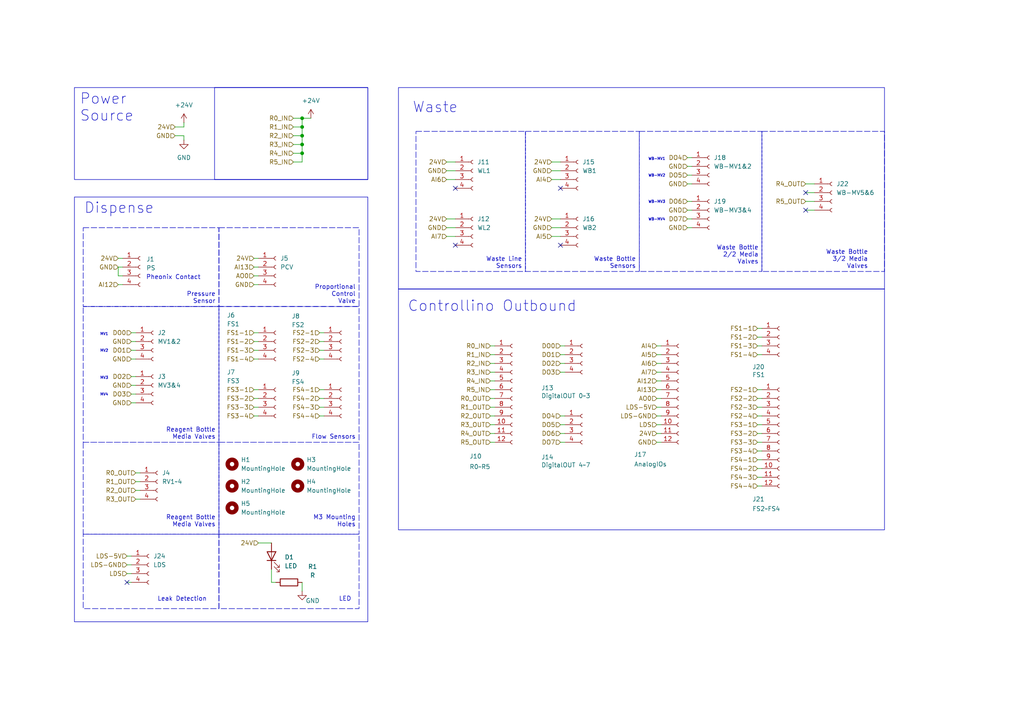
<source format=kicad_sch>
(kicad_sch (version 20250114) (generator "eeschema") (generator_version "9.0")
  (paper "A4")
  (title_block (title "Bulk Dispenser Breakout Board") (date "2025-06-10") (rev "v 1.0") (company "Moderna"))
  (lib_symbols
    (symbol "Connector:Conn_01x04_Socket" (pin_names (offset 1.016) (hide yes))
      (property "Reference" "J" (at 0 5.08 0))
      (property "Value" "Conn_01x04_Socket" (at 0 -7.62 0))
      (symbol "Conn_01x04_Socket_1_1"
        (polyline (pts (xy -1.27 2.54) (xy -0.508 2.54)) (stroke (width 0.1524)))
        (polyline (pts (xy -1.27 0) (xy -0.508 0)) (stroke (width 0.1524)))
        (polyline (pts (xy -1.27 -2.54) (xy -0.508 -2.54)) (stroke (width 0.1524)))
        (polyline (pts (xy -1.27 -5.08) (xy -0.508 -5.08)) (stroke (width 0.1524)))
        (arc (start 0 2.032) (mid -0.5058 2.54) (end 0 3.048) (stroke (width 0.1524)))
        (arc (start 0 -0.508) (mid -0.5058 0) (end 0 0.508) (stroke (width 0.1524)))
        (arc (start 0 -3.048) (mid -0.5058 -2.54) (end 0 -2.032) (stroke (width 0.1524)))
        (arc (start 0 -5.588) (mid -0.5058 -5.08) (end 0 -4.572) (stroke (width 0.1524)))
        (pin passive line (at -5.08 2.54 0) (length 3.81) (name "Pin_1") (number "1"))
        (pin passive line (at -5.08 0 0) (length 3.81) (name "Pin_2") (number "2"))
        (pin passive line (at -5.08 -2.54 0) (length 3.81) (name "Pin_3") (number "3"))
        (pin passive line (at -5.08 -5.08 0) (length 3.81) (name "Pin_4") (number "4"))
      )
    )
    (symbol "Connector:Conn_01x12_Socket" (pin_names (offset 1.016) (hide yes))
      (property "Reference" "J" (at 0 15.24 0))
      (property "Value" "Conn_01x12_Socket" (at 0 -17.78 0))
      (symbol "Conn_01x12_Socket_1_1"
        (polyline (pts (xy -1.27 12.7) (xy -0.508 12.7)) (stroke (width 0.1524)))
        (polyline (pts (xy -1.27 10.16) (xy -0.508 10.16)) (stroke (width 0.1524)))
        (polyline (pts (xy -1.27 7.62) (xy -0.508 7.62)) (stroke (width 0.1524)))
        (polyline (pts (xy -1.27 5.08) (xy -0.508 5.08)) (stroke (width 0.1524)))
        (polyline (pts (xy -1.27 2.54) (xy -0.508 2.54)) (stroke (width 0.1524)))
        (polyline (pts (xy -1.27 0) (xy -0.508 0)) (stroke (width 0.1524)))
        (polyline (pts (xy -1.27 -2.54) (xy -0.508 -2.54)) (stroke (width 0.1524)))
        (polyline (pts (xy -1.27 -5.08) (xy -0.508 -5.08)) (stroke (width 0.1524)))
        (polyline (pts (xy -1.27 -7.62) (xy -0.508 -7.62)) (stroke (width 0.1524)))
        (polyline (pts (xy -1.27 -10.16) (xy -0.508 -10.16)) (stroke (width 0.1524)))
        (polyline (pts (xy -1.27 -12.7) (xy -0.508 -12.7)) (stroke (width 0.1524)))
        (polyline (pts (xy -1.27 -15.24) (xy -0.508 -15.24)) (stroke (width 0.1524)))
        (arc (start 0 12.192) (mid -0.5058 12.7) (end 0 13.208) (stroke (width 0.1524)))
        (arc (start 0 9.652) (mid -0.5058 10.16) (end 0 10.668) (stroke (width 0.1524)))
        (arc (start 0 7.112) (mid -0.5058 7.62) (end 0 8.128) (stroke (width 0.1524)))
        (arc (start 0 4.572) (mid -0.5058 5.08) (end 0 5.588) (stroke (width 0.1524)))
        (arc (start 0 2.032) (mid -0.5058 2.54) (end 0 3.048) (stroke (width 0.1524)))
        (arc (start 0 -0.508) (mid -0.5058 0) (end 0 0.508) (stroke (width 0.1524)))
        (arc (start 0 -3.048) (mid -0.5058 -2.54) (end 0 -2.032) (stroke (width 0.1524)))
        (arc (start 0 -5.588) (mid -0.5058 -5.08) (end 0 -4.572) (stroke (width 0.1524)))
        (arc (start 0 -8.128) (mid -0.5058 -7.62) (end 0 -7.112) (stroke (width 0.1524)))
        (arc (start 0 -10.668) (mid -0.5058 -10.16) (end 0 -9.652) (stroke (width 0.1524)))
        (arc (start 0 -13.208) (mid -0.5058 -12.7) (end 0 -12.192) (stroke (width 0.1524)))
        (arc (start 0 -15.748) (mid -0.5058 -15.24) (end 0 -14.732) (stroke (width 0.1524)))
        (pin passive line (at -5.08 12.7 0) (length 3.81) (name "Pin_1") (number "1"))
        (pin passive line (at -5.08 10.16 0) (length 3.81) (name "Pin_2") (number "2"))
        (pin passive line (at -5.08 7.62 0) (length 3.81) (name "Pin_3") (number "3"))
        (pin passive line (at -5.08 5.08 0) (length 3.81) (name "Pin_4") (number "4"))
        (pin passive line (at -5.08 2.54 0) (length 3.81) (name "Pin_5") (number "5"))
        (pin passive line (at -5.08 0 0) (length 3.81) (name "Pin_6") (number "6"))
        (pin passive line (at -5.08 -2.54 0) (length 3.81) (name "Pin_7") (number "7"))
        (pin passive line (at -5.08 -5.08 0) (length 3.81) (name "Pin_8") (number "8"))
        (pin passive line (at -5.08 -7.62 0) (length 3.81) (name "Pin_9") (number "9"))
        (pin passive line (at -5.08 -10.16 0) (length 3.81) (name "Pin_10") (number "10"))
        (pin passive line (at -5.08 -12.7 0) (length 3.81) (name "Pin_11") (number "11"))
        (pin passive line (at -5.08 -15.24 0) (length 3.81) (name "Pin_12") (number "12"))
      )
    )
    (symbol "Device:LED" (pin_numbers (hide yes)) (pin_names (offset 1.016) (hide yes))
      (property "Reference" "D" (at 0 2.54 0))
      (property "Value" "LED" (at 0 -2.54 0))
      (symbol "LED_0_1"
        (polyline (pts (xy -3.048 -0.762) (xy -4.572 -2.286) (xy -3.81 -2.286) (xy -4.572 -2.286) (xy -4.572 -1.524)))
        (polyline (pts (xy -1.778 -0.762) (xy -3.302 -2.286) (xy -2.54 -2.286) (xy -3.302 -2.286) (xy -3.302 -1.524)))
        (polyline (pts (xy -1.27 0) (xy 1.27 0)))
        (polyline (pts (xy -1.27 -1.27) (xy -1.27 1.27)) (stroke (width 0.254)))
        (polyline (pts (xy 1.27 -1.27) (xy 1.27 1.27) (xy -1.27 0) (xy 1.27 -1.27)) (stroke (width 0.254)))
      )
      (symbol "LED_1_1"
        (pin passive line (at -3.81 0 0) (length 2.54) (name "K") (number "1"))
        (pin passive line (at 3.81 0 180) (length 2.54) (name "A") (number "2"))
      )
    )
    (symbol "Device:R" (pin_numbers (hide yes)) (pin_names (offset 0))
      (property "Reference" "R" (at 2.032 0 90))
      (property "Value" "R" (at 0 0 90))
      (symbol "R_0_1"
        (rectangle (start -1.016 -2.54) (end 1.016 2.54) (stroke (width 0.254)))
      )
      (symbol "R_1_1"
        (pin passive line (at 0 3.81 270) (length 1.27) (name "~") (number "1"))
        (pin passive line (at 0 -3.81 90) (length 1.27) (name "~") (number "2"))
      )
    )
    (symbol "Mechanical:MountingHole" (pin_names (offset 1.016)) (in_bom no)
      (property "Reference" "H" (at 0 5.08 0))
      (property "Value" "MountingHole" (at 0 3.175 0))
      (symbol "MountingHole_0_1"
        (circle (center 0 0) (radius 1.27) (stroke (width 1.27)))
      )
    )
    (symbol "power:+24V" (power) (pin_numbers (hide yes)) (pin_names (offset 0) (hide yes))
      (property "Value" "+24V" (at 0 3.556 0))
      (symbol "+24V_0_1"
        (polyline (pts (xy -0.762 1.27) (xy 0 2.54)))
        (polyline (pts (xy 0 2.54) (xy 0.762 1.27)))
        (polyline (pts (xy 0 0) (xy 0 2.54)))
      )
      (symbol "+24V_1_1"
        (pin power_in line (at 0 0 90) (length 0) (name "~") (number "1"))
      )
    )
    (symbol "power:GND" (power) (pin_numbers (hide yes)) (pin_names (offset 0) (hide yes))
      (property "Value" "GND" (at 0 -3.81 0))
      (symbol "GND_0_1"
        (polyline (pts (xy 0 0) (xy 0 -1.27) (xy 1.27 -1.27) (xy 0 -2.54) (xy -1.27 -1.27) (xy 0 -1.27)))
      )
      (symbol "GND_1_1"
        (pin power_in line (at 0 0 270) (length 0) (name "~") (number "1"))
      )
    )
  )
  (rectangle (start 24.13 88.9) (end 63.5 128.27) (stroke (width 0) (type dash)))
  (rectangle (start 24.13 66.04) (end 63.5 88.9) (stroke (width 0) (type dash)))
  (rectangle (start 21.59 25.4) (end 106.68 52.07))
  (rectangle (start 152.4 38.1) (end 185.42 78.74) (stroke (width 0) (type dash)))
  (rectangle (start 120.65 38.1) (end 152.4 78.74) (stroke (width 0) (type dash)))
  (rectangle (start 115.57 25.4) (end 256.54 83.82))
  (rectangle (start 185.42 38.1) (end 220.98 78.74) (stroke (width 0) (type dash)))
  (rectangle (start 63.5 154.94) (end 104.14 176.53) (stroke (width 0) (type dash)))
  (rectangle (start 62.23 25.4) (end 106.68 52.07))
  (rectangle (start 24.13 128.27) (end 63.5 154.94) (stroke (width 0) (type dash)))
  (rectangle (start 63.5 66.04) (end 104.14 88.9) (stroke (width 0) (type dash)))
  (rectangle (start 63.5 88.9) (end 104.14 128.27) (stroke (width 0) (type dash)))
  (rectangle (start 21.59 57.15) (end 106.68 180.34))
  (rectangle (start 24.13 154.94) (end 63.5 176.53) (stroke (width 0) (type dash)))
  (rectangle (start 220.98 38.1) (end 256.54 78.74) (stroke (width 0) (type dash)))
  (rectangle (start 115.57 83.82) (end 256.54 153.67))
  (rectangle (start 63.5 128.27) (end 104.14 154.94) (stroke (width 0) (type dash)))
  (text "MV1" (at 30.226 97.028 0) (effects (font (size 0.762 0.762))))
  (text "WB-MV2" (at 190.5 51.054 0) (effects (font (size 0.762 0.762))))
  (text "WB-MV4" (at 190.5 63.754 0) (effects (font (size 0.762 0.762))))
  (text "Waste" (at 126.238 31.242 0) (effects (font (size 3.048 3.048))))
  (text "MV3" (at 30.226 109.728 0) (effects (font (size 0.762 0.762))))
  (text "Power\nSource" (at 23.114 31.242 0) (effects (font (size 3.048 3.048)) (justify left)))
  (text "Controllino Outbound\n" (at 142.748 88.9 0) (effects (font (size 3.048 3.048))))
  (text "WB-MV1" (at 190.5 46.228 0) (effects (font (size 0.762 0.762))))
  (text "Pheonix Contact" (at 50.292 80.518 0) (effects (font (size 1.27 1.27))))
  (text "MV4" (at 30.226 114.554 0) (effects (font (size 0.762 0.762))))
  (text "MV2" (at 30.226 101.854 0) (effects (font (size 0.762 0.762))))
  (text "Dispense" (at 34.544 60.452 0) (effects (font (size 3.048 3.048))))
  (text "WB-MV3" (at 190.5 58.674 0) (effects (font (size 0.762 0.762))))
  (text_box "Leak Detection" (at 44.45 167.64 0) (size 16.51 7.62) (margins 0.9525 0.9525 0.9525 0.9525) (stroke (width -0.0001)) (effects (font (size 1.27 1.27)) (justify right bottom)))
  (text_box "Waste Bottle\n2/2 Media Valves" (at 204.47 69.85 0) (size 16.51 7.62) (margins 0.9525 0.9525 0.9525 0.9525) (stroke (width -0.0001)) (effects (font (size 1.27 1.27)) (justify right bottom)))
  (text_box "Reagent Bottle\nMedia Valves" (at 46.99 120.65 0) (size 16.51 7.62) (margins 0.9525 0.9525 0.9525 0.9525) (stroke (width -0.0001)) (effects (font (size 1.27 1.27)) (justify right bottom)))
  (text_box "LED" (at 86.36 167.64 0) (size 16.51 7.62) (margins 0.9525 0.9525 0.9525 0.9525) (stroke (width -0.0001)) (effects (font (size 1.27 1.27)) (justify right bottom)))
  (text_box "Flow Sensors" (at 87.63 120.65 0) (size 16.51 7.62) (margins 0.9525 0.9525 0.9525 0.9525) (stroke (width -0.0001)) (effects (font (size 1.27 1.27)) (justify right bottom)))
  (text_box "Waste Bottle\n3/2 Media Valves" (at 236.22 71.12 0) (size 16.51 7.62) (margins 0.9525 0.9525 0.9525 0.9525) (stroke (width -0.0001)) (effects (font (size 1.27 1.27)) (justify right bottom)))
  (text_box "Waste Line Sensors\n" (at 135.89 71.12 0) (size 16.51 7.62) (margins 0.9525 0.9525 0.9525 0.9525) (stroke (width -0.0001)) (effects (font (size 1.27 1.27)) (justify right bottom)))
  (text_box "Waste Bottle Sensors\n" (at 168.91 71.12 0) (size 16.51 7.62) (margins 0.9525 0.9525 0.9525 0.9525) (stroke (width -0.0001)) (effects (font (size 1.27 1.27)) (justify right bottom)))
  (text_box "Pressure\nSensor" (at 46.99 81.28 0) (size 16.51 7.62) (margins 0.9525 0.9525 0.9525 0.9525) (stroke (width -0.0001)) (effects (font (size 1.27 1.27)) (justify right bottom)))
  (text_box "M3 Mounting Holes" (at 87.63 146.05 0) (size 16.51 7.62) (margins 0.9525 0.9525 0.9525 0.9525) (stroke (width -0.0001)) (effects (font (size 1.27 1.27)) (justify right bottom)))
  (text_box "Proportional Control\nValve" (at 87.63 81.28 0) (size 16.51 7.62) (margins 0.9525 0.9525 0.9525 0.9525) (stroke (width -0.0001)) (effects (font (size 1.27 1.27)) (justify right bottom)))
  (text_box "Reagent Bottle\nMedia Valves" (at 46.99 146.05 0) (size 16.51 7.62) (margins 0.9525 0.9525 0.9525 0.9525) (stroke (width -0.0001)) (effects (font (size 1.27 1.27)) (justify right bottom)))
  (junction (at 87.63 44.45))
  (junction (at 87.63 41.91))
  (junction (at 87.63 36.83))
  (junction (at 87.63 34.29))
  (junction (at 87.63 39.37))
  (no_connect (at 132.08 54.61))
  (no_connect (at 162.56 54.61))
  (no_connect (at 36.83 168.91))
  (no_connect (at 233.68 55.88))
  (no_connect (at 233.68 60.96))
  (no_connect (at 162.56 71.12))
  (no_connect (at 132.08 71.12))
  (wire (pts (xy 92.71 96.52) (xy 93.98 96.52)))
  (wire (pts (xy 38.1 111.76) (xy 39.37 111.76)))
  (wire (pts (xy 233.68 58.42) (xy 236.22 58.42)))
  (wire (pts (xy 142.24 115.57) (xy 143.51 115.57)))
  (wire (pts (xy 142.24 120.65) (xy 143.51 120.65)))
  (wire (pts (xy 129.54 66.04) (xy 132.08 66.04)))
  (wire (pts (xy 162.56 102.87) (xy 163.83 102.87)))
  (wire (pts (xy 219.71 140.97) (xy 220.98 140.97)))
  (wire (pts (xy 160.02 46.99) (xy 162.56 46.99)))
  (wire (pts (xy 92.71 104.14) (xy 93.98 104.14)))
  (wire (pts (xy 34.29 82.55) (xy 35.56 82.55)))
  (wire (pts (xy 78.74 168.91) (xy 80.01 168.91)))
  (wire (pts (xy 219.71 138.43) (xy 220.98 138.43)))
  (wire (pts (xy 39.37 142.24) (xy 40.64 142.24)))
  (wire (pts (xy 85.09 34.29) (xy 87.63 34.29)))
  (wire (pts (xy 162.56 107.95) (xy 163.83 107.95)))
  (wire (pts (xy 78.74 165.1) (xy 78.74 168.91)))
  (wire (pts (xy 73.66 118.11) (xy 74.93 118.11)))
  (wire (pts (xy 190.5 125.73) (xy 191.77 125.73)))
  (wire (pts (xy 73.66 96.52) (xy 74.93 96.52)))
  (wire (pts (xy 219.71 135.89) (xy 220.98 135.89)))
  (wire (pts (xy 142.24 110.49) (xy 143.51 110.49)))
  (wire (pts (xy 199.39 63.5) (xy 200.66 63.5)))
  (wire (pts (xy 190.5 100.33) (xy 191.77 100.33)))
  (wire (pts (xy 199.39 53.34) (xy 200.66 53.34)))
  (wire (pts (xy 50.8 36.83) (xy 53.34 36.83)))
  (wire (pts (xy 190.5 113.03) (xy 191.77 113.03)))
  (wire (pts (xy 160.02 66.04) (xy 162.56 66.04)))
  (wire (pts (xy 162.56 100.33) (xy 163.83 100.33)))
  (wire (pts (xy 233.68 60.96) (xy 236.22 60.96)))
  (wire (pts (xy 129.54 52.07) (xy 132.08 52.07)))
  (wire (pts (xy 129.54 68.58) (xy 132.08 68.58)))
  (wire (pts (xy 219.71 128.27) (xy 220.98 128.27)))
  (wire (pts (xy 190.5 115.57) (xy 191.77 115.57)))
  (wire (pts (xy 129.54 63.5) (xy 132.08 63.5)))
  (wire (pts (xy 39.37 139.7) (xy 40.64 139.7)))
  (wire (pts (xy 219.71 100.33) (xy 220.98 100.33)))
  (wire (pts (xy 85.09 44.45) (xy 87.63 44.45)))
  (wire (pts (xy 73.66 113.03) (xy 74.93 113.03)))
  (wire (pts (xy 142.24 128.27) (xy 143.51 128.27)))
  (wire (pts (xy 73.66 77.47) (xy 74.93 77.47)))
  (wire (pts (xy 73.66 120.65) (xy 74.93 120.65)))
  (wire (pts (xy 142.24 125.73) (xy 143.51 125.73)))
  (wire (pts (xy 38.1 109.22) (xy 39.37 109.22)))
  (wire (pts (xy 219.71 97.79) (xy 220.98 97.79)))
  (wire (pts (xy 85.09 36.83) (xy 87.63 36.83)))
  (wire (pts (xy 142.24 123.19) (xy 143.51 123.19)))
  (wire (pts (xy 190.5 102.87) (xy 191.77 102.87)))
  (wire (pts (xy 73.66 115.57) (xy 74.93 115.57)))
  (wire (pts (xy 162.56 125.73) (xy 163.83 125.73)))
  (wire (pts (xy 53.34 39.37) (xy 53.34 40.64)))
  (wire (pts (xy 129.54 46.99) (xy 132.08 46.99)))
  (wire (pts (xy 219.71 133.35) (xy 220.98 133.35)))
  (wire (pts (xy 199.39 66.04) (xy 200.66 66.04)))
  (wire (pts (xy 87.63 36.83) (xy 87.63 39.37)))
  (wire (pts (xy 92.71 115.57) (xy 93.98 115.57)))
  (wire (pts (xy 219.71 102.87) (xy 220.98 102.87)))
  (wire (pts (xy 38.1 104.14) (xy 39.37 104.14)))
  (wire (pts (xy 36.83 161.29) (xy 38.1 161.29)))
  (wire (pts (xy 90.17 34.29) (xy 87.63 34.29)))
  (wire (pts (xy 38.1 96.52) (xy 39.37 96.52)))
  (wire (pts (xy 162.56 120.65) (xy 163.83 120.65)))
  (wire (pts (xy 85.09 41.91) (xy 87.63 41.91)))
  (wire (pts (xy 73.66 101.6) (xy 74.93 101.6)))
  (wire (pts (xy 87.63 44.45) (xy 87.63 46.99)))
  (wire (pts (xy 92.71 101.6) (xy 93.98 101.6)))
  (wire (pts (xy 38.1 114.3) (xy 39.37 114.3)))
  (wire (pts (xy 34.29 77.47) (xy 35.56 77.47)))
  (wire (pts (xy 142.24 107.95) (xy 143.51 107.95)))
  (wire (pts (xy 160.02 68.58) (xy 162.56 68.58)))
  (wire (pts (xy 233.68 53.34) (xy 236.22 53.34)))
  (wire (pts (xy 92.71 120.65) (xy 93.98 120.65)))
  (wire (pts (xy 87.63 41.91) (xy 87.63 44.45)))
  (wire (pts (xy 190.5 118.11) (xy 191.77 118.11)))
  (wire (pts (xy 73.66 82.55) (xy 74.93 82.55)))
  (wire (pts (xy 85.09 39.37) (xy 87.63 39.37)))
  (wire (pts (xy 73.66 99.06) (xy 74.93 99.06)))
  (wire (pts (xy 34.29 77.47) (xy 34.29 80.01)))
  (wire (pts (xy 53.34 35.56) (xy 53.34 36.83)))
  (wire (pts (xy 39.37 137.16) (xy 40.64 137.16)))
  (wire (pts (xy 85.09 46.99) (xy 87.63 46.99)))
  (wire (pts (xy 73.66 74.93) (xy 74.93 74.93)))
  (wire (pts (xy 162.56 123.19) (xy 163.83 123.19)))
  (wire (pts (xy 199.39 48.26) (xy 200.66 48.26)))
  (wire (pts (xy 73.66 104.14) (xy 74.93 104.14)))
  (wire (pts (xy 73.66 80.01) (xy 74.93 80.01)))
  (wire (pts (xy 87.63 168.91) (xy 87.63 171.45)))
  (wire (pts (xy 87.63 34.29) (xy 87.63 36.83)))
  (wire (pts (xy 162.56 105.41) (xy 163.83 105.41)))
  (wire (pts (xy 34.29 80.01) (xy 35.56 80.01)))
  (wire (pts (xy 190.5 120.65) (xy 191.77 120.65)))
  (wire (pts (xy 162.56 128.27) (xy 163.83 128.27)))
  (wire (pts (xy 92.71 113.03) (xy 93.98 113.03)))
  (wire (pts (xy 36.83 163.83) (xy 38.1 163.83)))
  (wire (pts (xy 219.71 125.73) (xy 220.98 125.73)))
  (wire (pts (xy 199.39 45.72) (xy 200.66 45.72)))
  (wire (pts (xy 142.24 113.03) (xy 143.51 113.03)))
  (wire (pts (xy 190.5 123.19) (xy 191.77 123.19)))
  (wire (pts (xy 129.54 49.53) (xy 132.08 49.53)))
  (wire (pts (xy 142.24 100.33) (xy 143.51 100.33)))
  (wire (pts (xy 219.71 115.57) (xy 220.98 115.57)))
  (wire (pts (xy 50.8 39.37) (xy 53.34 39.37)))
  (wire (pts (xy 190.5 128.27) (xy 191.77 128.27)))
  (wire (pts (xy 160.02 52.07) (xy 162.56 52.07)))
  (wire (pts (xy 219.71 118.11) (xy 220.98 118.11)))
  (wire (pts (xy 142.24 102.87) (xy 143.51 102.87)))
  (wire (pts (xy 219.71 123.19) (xy 220.98 123.19)))
  (wire (pts (xy 36.83 166.37) (xy 38.1 166.37)))
  (wire (pts (xy 74.93 157.48) (xy 78.74 157.48)))
  (wire (pts (xy 142.24 118.11) (xy 143.51 118.11)))
  (wire (pts (xy 92.71 118.11) (xy 93.98 118.11)))
  (wire (pts (xy 142.24 105.41) (xy 143.51 105.41)))
  (wire (pts (xy 190.5 110.49) (xy 191.77 110.49)))
  (wire (pts (xy 219.71 120.65) (xy 220.98 120.65)))
  (wire (pts (xy 199.39 58.42) (xy 200.66 58.42)))
  (wire (pts (xy 38.1 116.84) (xy 39.37 116.84)))
  (wire (pts (xy 36.83 168.91) (xy 38.1 168.91)))
  (wire (pts (xy 160.02 49.53) (xy 162.56 49.53)))
  (wire (pts (xy 233.68 55.88) (xy 236.22 55.88)))
  (wire (pts (xy 190.5 107.95) (xy 191.77 107.95)))
  (wire (pts (xy 199.39 60.96) (xy 200.66 60.96)))
  (wire (pts (xy 219.71 130.81) (xy 220.98 130.81)))
  (wire (pts (xy 219.71 95.25) (xy 220.98 95.25)))
  (wire (pts (xy 190.5 105.41) (xy 191.77 105.41)))
  (wire (pts (xy 199.39 50.8) (xy 200.66 50.8)))
  (wire (pts (xy 87.63 39.37) (xy 87.63 41.91)))
  (wire (pts (xy 38.1 99.06) (xy 39.37 99.06)))
  (wire (pts (xy 219.71 113.03) (xy 220.98 113.03)))
  (wire (pts (xy 92.71 99.06) (xy 93.98 99.06)))
  (wire (pts (xy 39.37 144.78) (xy 40.64 144.78)))
  (wire (pts (xy 34.29 74.93) (xy 35.56 74.93)))
  (wire (pts (xy 38.1 101.6) (xy 39.37 101.6)))
  (wire (pts (xy 160.02 63.5) (xy 162.56 63.5)))
  (hierarchical_label "R2_IN" (shape input) (at 85.09 39.37 180))
  (hierarchical_label "DO2" (shape input) (at 162.56 105.41 180))
  (hierarchical_label "AI5" (shape input) (at 160.02 68.58 180))
  (hierarchical_label "FS3-3" (shape input) (at 219.71 128.27 180))
  (hierarchical_label "FS1-1" (shape input) (at 219.71 95.25 180))
  (hierarchical_label "GND" (shape input) (at 199.39 53.34 180))
  (hierarchical_label "AI12" (shape input) (at 190.5 110.49 180))
  (hierarchical_label "R4_IN" (shape input) (at 142.24 110.49 180))
  (hierarchical_label "LDS-GND" (shape input) (at 190.5 120.65 180))
  (hierarchical_label "GND" (shape input) (at 199.39 48.26 180))
  (hierarchical_label "24V" (shape input) (at 74.93 157.48 180))
  (hierarchical_label "R5_OUT" (shape input) (at 233.68 58.42 180))
  (hierarchical_label "FS1-1" (shape input) (at 73.66 96.52 180))
  (hierarchical_label "GND" (shape input) (at 129.54 49.53 180))
  (hierarchical_label "FS4-3" (shape input) (at 219.71 138.43 180))
  (hierarchical_label "GND" (shape input) (at 199.39 66.04 180))
  (hierarchical_label "DO3" (shape input) (at 38.1 114.3 180))
  (hierarchical_label "AO0" (shape input) (at 73.66 80.01 180))
  (hierarchical_label "AI7" (shape input) (at 129.54 68.58 180))
  (hierarchical_label "R4_OUT" (shape input) (at 142.24 125.73 180))
  (hierarchical_label "R0_IN" (shape input) (at 142.24 100.33 180))
  (hierarchical_label "AI6" (shape input) (at 190.5 105.41 180))
  (hierarchical_label "LDS" (shape input) (at 36.83 166.37 180))
  (hierarchical_label "GND" (shape input) (at 38.1 104.14 180))
  (hierarchical_label "R0_OUT" (shape input) (at 39.37 137.16 180))
  (hierarchical_label "24V" (shape input) (at 73.66 74.93 180))
  (hierarchical_label "DO5" (shape input) (at 199.39 50.8 180))
  (hierarchical_label "GND" (shape input) (at 160.02 49.53 180))
  (hierarchical_label "AI6" (shape input) (at 129.54 52.07 180))
  (hierarchical_label "FS2-2" (shape input) (at 92.71 99.06 180))
  (hierarchical_label "DO6" (shape input) (at 162.56 125.73 180))
  (hierarchical_label "AO0" (shape input) (at 190.5 115.57 180))
  (hierarchical_label "R0_IN" (shape input) (at 85.09 34.29 180))
  (hierarchical_label "R2_OUT" (shape input) (at 142.24 120.65 180))
  (hierarchical_label "GND" (shape input) (at 129.54 66.04 180))
  (hierarchical_label "DO7" (shape input) (at 199.39 63.5 180))
  (hierarchical_label "24V" (shape input) (at 160.02 63.5 180))
  (hierarchical_label "DO6" (shape input) (at 199.39 58.42 180))
  (hierarchical_label "R3_IN" (shape input) (at 85.09 41.91 180))
  (hierarchical_label "DO1" (shape input) (at 162.56 102.87 180))
  (hierarchical_label "FS3-2" (shape input) (at 73.66 115.57 180))
  (hierarchical_label "AI5" (shape input) (at 190.5 102.87 180))
  (hierarchical_label "LDS" (shape input) (at 190.5 123.19 180))
  (hierarchical_label "R2_IN" (shape input) (at 142.24 105.41 180))
  (hierarchical_label "R1_IN" (shape input) (at 85.09 36.83 180))
  (hierarchical_label "GND" (shape input) (at 190.5 128.27 180))
  (hierarchical_label "R5_OUT" (shape input) (at 142.24 128.27 180))
  (hierarchical_label "24V" (shape input) (at 129.54 63.5 180))
  (hierarchical_label "FS3-4" (shape input) (at 73.66 120.65 180))
  (hierarchical_label "R3_OUT" (shape input) (at 142.24 123.19 180))
  (hierarchical_label "FS3-4" (shape input) (at 219.71 130.81 180))
  (hierarchical_label "R1_OUT" (shape input) (at 142.24 118.11 180))
  (hierarchical_label "24V" (shape input) (at 34.29 74.93 180))
  (hierarchical_label "R4_OUT" (shape input) (at 233.68 53.34 180))
  (hierarchical_label "24V" (shape input) (at 129.54 46.99 180))
  (hierarchical_label "FS1-3" (shape input) (at 73.66 101.6 180))
  (hierarchical_label "R5_IN" (shape input) (at 142.24 113.03 180))
  (hierarchical_label "FS2-1" (shape input) (at 219.71 113.03 180))
  (hierarchical_label "FS3-1" (shape input) (at 219.71 123.19 180))
  (hierarchical_label "FS4-3" (shape input) (at 92.71 118.11 180))
  (hierarchical_label "R0_OUT" (shape input) (at 142.24 115.57 180))
  (hierarchical_label "DO0" (shape input) (at 162.56 100.33 180))
  (hierarchical_label "FS2-1" (shape input) (at 92.71 96.52 180))
  (hierarchical_label "FS1-3" (shape input) (at 219.71 100.33 180))
  (hierarchical_label "FS2-4" (shape input) (at 219.71 120.65 180))
  (hierarchical_label "FS2-3" (shape input) (at 219.71 118.11 180))
  (hierarchical_label "R4_IN" (shape input) (at 85.09 44.45 180))
  (hierarchical_label "GND" (shape input) (at 199.39 60.96 180))
  (hierarchical_label "FS2-3" (shape input) (at 92.71 101.6 180))
  (hierarchical_label "FS1-4" (shape input) (at 219.71 102.87 180))
  (hierarchical_label "DO3" (shape input) (at 162.56 107.95 180))
  (hierarchical_label "FS3-1" (shape input) (at 73.66 113.03 180))
  (hierarchical_label "24V" (shape input) (at 190.5 125.73 180))
  (hierarchical_label "AI4" (shape input) (at 190.5 100.33 180))
  (hierarchical_label "FS1-2" (shape input) (at 219.71 97.79 180))
  (hierarchical_label "AI4" (shape input) (at 160.02 52.07 180))
  (hierarchical_label "GND" (shape input) (at 34.29 77.47 180))
  (hierarchical_label "R5_IN" (shape input) (at 85.09 46.99 180))
  (hierarchical_label "GND" (shape input) (at 50.8 39.37 180))
  (hierarchical_label "AI13" (shape input) (at 190.5 113.03 180))
  (hierarchical_label "FS2-4" (shape input) (at 92.71 104.14 180))
  (hierarchical_label "FS4-2" (shape input) (at 219.71 135.89 180))
  (hierarchical_label "FS4-1" (shape input) (at 92.71 113.03 180))
  (hierarchical_label "24V" (shape input) (at 160.02 46.99 180))
  (hierarchical_label "GND" (shape input) (at 73.66 82.55 180))
  (hierarchical_label "FS4-4" (shape input) (at 219.71 140.97 180))
  (hierarchical_label "R1_OUT" (shape input) (at 39.37 139.7 180))
  (hierarchical_label "AI12" (shape input) (at 34.29 82.55 180))
  (hierarchical_label "FS3-2" (shape input) (at 219.71 125.73 180))
  (hierarchical_label "DO1" (shape input) (at 38.1 101.6 180))
  (hierarchical_label "FS4-4" (shape input) (at 92.71 120.65 180))
  (hierarchical_label "GND" (shape input) (at 38.1 111.76 180))
  (hierarchical_label "R2_OUT" (shape input) (at 39.37 142.24 180))
  (hierarchical_label "AI13" (shape input) (at 73.66 77.47 180))
  (hierarchical_label "24V" (shape input) (at 50.8 36.83 180))
  (hierarchical_label "LDS-5V" (shape input) (at 190.5 118.11 180))
  (hierarchical_label "R3_IN" (shape input) (at 142.24 107.95 180))
  (hierarchical_label "GND" (shape input) (at 38.1 116.84 180))
  (hierarchical_label "GND" (shape input) (at 38.1 99.06 180))
  (hierarchical_label "LDS-GND" (shape input) (at 36.83 163.83 180))
  (hierarchical_label "DO5" (shape input) (at 162.56 123.19 180))
  (hierarchical_label "FS4-1" (shape input) (at 219.71 133.35 180))
  (hierarchical_label "FS1-2" (shape input) (at 73.66 99.06 180))
  (hierarchical_label "DO2" (shape input) (at 38.1 109.22 180))
  (hierarchical_label "DO4" (shape input) (at 199.39 45.72 180))
  (hierarchical_label "GND" (shape input) (at 160.02 66.04 180))
  (hierarchical_label "DO4" (shape input) (at 162.56 120.65 180))
  (hierarchical_label "FS2-2" (shape input) (at 219.71 115.57 180))
  (hierarchical_label "FS3-3" (shape input) (at 73.66 118.11 180))
  (hierarchical_label "FS1-4" (shape input) (at 73.66 104.14 180))
  (hierarchical_label "FS4-2" (shape input) (at 92.71 115.57 180))
  (hierarchical_label "AI7" (shape input) (at 190.5 107.95 180))
  (hierarchical_label "DO7" (shape input) (at 162.56 128.27 180))
  (hierarchical_label "R1_IN" (shape input) (at 142.24 102.87 180))
  (hierarchical_label "DO0" (shape input) (at 38.1 96.52 180))
  (hierarchical_label "R3_OUT" (shape input) (at 39.37 144.78 180))
  (hierarchical_label "LDS-5V" (shape input) (at 36.83 161.29 180))
  (symbol (lib_id "Connector:Conn_01x04_Socket") (at 80.01 77.47 0) (unit 1)
    (property "Reference" "J5" (at 81.28 74.93 0) (effects (justify left)))
    (property "Value" "PCV" (at 81.28 77.47 0) (effects (justify left)))
    (property "Footprint" "PartsLibrary:CONN_37204-62A3-004PL_3MM" (effects (hide yes)))
    (property "Description" "Generic connector, single row, 01x04, script generated" (effects (hide yes)))
    (property "MPN" "37204-62A3-004PL" (effects (hide yes)))
    (property "Manufacturer" "3M" (effects (hide yes)))
  )
  (symbol (lib_id "Connector:Conn_01x04_Socket") (at 137.16 66.04 0) (unit 1)
    (property "Reference" "J12" (at 138.43 63.5 0) (effects (justify left)))
    (property "Value" "WL2" (at 138.43 66.04 0) (effects (justify left)))
    (property "Footprint" "PartsLibrary:CONN_37204-62A3-004PL_3MM" (effects (hide yes)))
    (property "Description" "Generic connector, single row, 01x04, script generated" (effects (hide yes)))
    (property "MPN" "37204-62A3-004PL" (effects (hide yes)))
    (property "Manufacturer" "3M" (effects (hide yes)))
  )
  (symbol (lib_id "Connector:Conn_01x04_Socket") (at 44.45 99.06 0) (unit 1)
    (property "Reference" "J2" (at 45.72 96.52 0) (effects (justify left)))
    (property "Value" "MV1&2" (at 45.72 99.06 0) (effects (justify left)))
    (property "Footprint" "PartsLibrary:CONN_37204-62A3-004PL_3MM" (effects (hide yes)))
    (property "Description" "Generic connector, single row, 01x04, script generated" (effects (hide yes)))
    (property "MPN" "37204-62A3-004PL" (effects (hide yes)))
    (property "Manufacturer" "3M" (effects (hide yes)))
  )
  (symbol (lib_id "Device:LED") (at 78.74 161.29 90) (unit 1)
    (property "Reference" "D1" (at 82.55 161.6074 90) (effects (justify right)))
    (property "Value" "LED" (at 82.55 164.1474 90) (effects (justify right)))
    (property "Footprint" "LED_SMD:LED_1206_3216Metric" (effects (hide yes)))
    (property "Datasheet" "https://www.digikey.com/en/products/detail/liteon/LTST-S270GKT/386887" (effects (hide yes)))
    (property "Description" "Light emitting diode" (effects (hide yes)))
    (property "Sim.Pins" "1=K 2=A" (effects (hide yes)))
    (property "MPN" "LTST-S270GKT" (effects (hide yes)))
    (property "Manufacturer" "Lite-On Inc." (effects (hide yes)))
  )
  (symbol (lib_id "Connector:Conn_01x04_Socket") (at 137.16 49.53 0) (unit 1)
    (property "Reference" "J11" (at 138.43 46.99 0) (effects (justify left)))
    (property "Value" "WL1" (at 138.43 49.53 0) (effects (justify left)))
    (property "Footprint" "PartsLibrary:CONN_37204-62A3-004PL_3MM" (effects (hide yes)))
    (property "Description" "Generic connector, single row, 01x04, script generated" (effects (hide yes)))
    (property "MPN" "37204-62A3-004PL" (effects (hide yes)))
    (property "Manufacturer" "3M" (effects (hide yes)))
  )
  (symbol (lib_id "Connector:Conn_01x04_Socket") (at 43.18 163.83 0) (unit 1)
    (property "Reference" "J24" (at 44.45 161.29 0) (effects (justify left)))
    (property "Value" "LDS" (at 44.45 163.83 0) (effects (justify left)))
    (property "Footprint" "PartsLibrary:CONN_37204-62A3-004PL_3MM" (effects (hide yes)))
    (property "Datasheet" "https://www.digikey.com/en/products/detail/3m/37204-62A3-004PL/1642670?gad_source=1&gad_campaignid=120565755&gbraid=0AAAAADrbLlgST8MM7teC1_XRzEHPwC9TK&gclid=CjwKCAjwgb_CBhBMEiwA0p3oONiHu6nwJTm_ZwqulepAmgPW2KMjOTu2fKjs93rH9sOuJqpPoBx-0hoCrs0QAvD_BwE&gclsrc=aw.ds" (effects (hide yes)))
    (property "Description" "CONN RCPT 4POS 0.079 GOLD PCB" (effects (hide yes)))
    (property "MPN" "37204-62A3-004PL" (effects (hide yes)))
    (property "Manufacturer" "3M" (effects (hide yes)))
  )
  (symbol (lib_id "power:+24V") (at 53.34 35.56 0) (unit 1)
    (property "Reference" "#PWR01" (effects (hide yes)))
    (property "Value" "+24V" (at 53.34 30.48 0))
    (property "Description" "Power symbol creates a global label with name \"+24V\"" (effects (hide yes)))
  )
  (symbol (lib_id "Connector:Conn_01x04_Socket") (at 167.64 49.53 0) (unit 1)
    (property "Reference" "J15" (at 168.91 46.99 0) (effects (justify left)))
    (property "Value" "WB1" (at 168.91 49.53 0) (effects (justify left)))
    (property "Footprint" "PartsLibrary:CONN_37204-62A3-004PL_3MM" (effects (hide yes)))
    (property "Description" "Generic connector, single row, 01x04, script generated" (effects (hide yes)))
    (property "MPN" "37204-62A3-004PL" (effects (hide yes)))
    (property "Manufacturer" "3M" (effects (hide yes)))
  )
  (symbol (lib_id "Mechanical:MountingHole") (at 67.31 140.97 0) (unit 1) (in_bom no)
    (property "Reference" "H2" (at 69.85 139.6999 0) (effects (justify left)))
    (property "Value" "MountingHole" (at 69.85 142.2399 0) (effects (justify left)))
    (property "Footprint" "MountingHole:MountingHole_3.2mm_M3" (effects (hide yes)))
    (property "Description" "Mounting Hole without connection" (effects (hide yes)))
  )
  (symbol (lib_id "Mechanical:MountingHole") (at 86.36 140.97 0) (unit 1) (in_bom no)
    (property "Reference" "H4" (at 88.9 139.6999 0) (effects (justify left)))
    (property "Value" "MountingHole" (at 88.9 142.2399 0) (effects (justify left)))
    (property "Footprint" "MountingHole:MountingHole_3.2mm_M3" (effects (hide yes)))
    (property "Description" "Mounting Hole without connection" (effects (hide yes)))
  )
  (symbol (lib_id "Connector:Conn_01x04_Socket") (at 226.06 97.79 0) (unit 1)
    (property "Reference" "J20" (at 218.186 106.426 0) (effects (justify left)))
    (property "Value" "FS1" (at 218.186 108.712 0) (effects (justify left)))
    (property "Footprint" "PartsLibrary:CONN_37204-62A3-004PL_3MM" (effects (hide yes)))
    (property "Description" "Generic connector, single row, 01x04, script generated" (effects (hide yes)))
    (property "MPN" "37204-62A3-004PL" (effects (hide yes)))
    (property "Manufacturer" "3M" (effects (hide yes)))
  )
  (symbol (lib_id "Connector:Conn_01x04_Socket") (at 80.01 99.06 0) (unit 1)
    (property "Reference" "J6" (at 65.786 91.44 0) (effects (justify left)))
    (property "Value" "FS1" (at 65.786 93.98 0) (effects (justify left)))
    (property "Footprint" "PartsLibrary:CONN_37204-62A3-004PL_3MM" (effects (hide yes)))
    (property "Description" "Generic connector, single row, 01x04, script generated" (effects (hide yes)))
    (property "MPN" "37204-62A3-004PL" (effects (hide yes)))
    (property "Manufacturer" "3M" (effects (hide yes)))
  )
  (symbol (lib_id "Connector:Conn_01x12_Socket") (at 226.06 125.73 0) (unit 1)
    (property "Reference" "J21" (at 218.186 144.78 0) (effects (justify left)))
    (property "Value" "FS2~FS4" (at 218.186 147.574 0) (effects (justify left)))
    (property "Footprint" "PartsLibrary:CONN_37212-62M3-003PL_3MM" (effects (hide yes)))
    (property "Description" "Generic connector, single row, 01x12, script generated" (effects (hide yes)))
    (property "MPN" "37212-62M3-003PL " (effects (hide yes)))
    (property "Manufacturer" "3M" (effects (hide yes)))
  )
  (symbol (lib_id "Connector:Conn_01x04_Socket") (at 99.06 115.57 0) (unit 1)
    (property "Reference" "J9" (at 84.582 108.204 0) (effects (justify left)))
    (property "Value" "FS4" (at 84.582 110.744 0) (effects (justify left)))
    (property "Footprint" "PartsLibrary:CONN_37204-62A3-004PL_3MM" (effects (hide yes)))
    (property "Description" "Generic connector, single row, 01x04, script generated" (effects (hide yes)))
    (property "MPN" "37204-62A3-004PL" (effects (hide yes)))
    (property "Manufacturer" "3M" (effects (hide yes)))
  )
  (symbol (lib_id "Connector:Conn_01x04_Socket") (at 205.74 48.26 0) (unit 1)
    (property "Reference" "J18" (at 207.01 45.72 0) (effects (justify left)))
    (property "Value" "WB-MV1&2" (at 207.01 48.26 0) (effects (justify left)))
    (property "Footprint" "PartsLibrary:CONN_37204-62A3-004PL_3MM" (effects (hide yes)))
    (property "Description" "Generic connector, single row, 01x04, script generated" (effects (hide yes)))
    (property "MPN" "37204-62A3-004PL" (effects (hide yes)))
    (property "Manufacturer" "3M" (effects (hide yes)))
  )
  (symbol (lib_id "Connector:Conn_01x12_Socket") (at 196.85 113.03 0) (unit 1)
    (property "Reference" "J17" (at 183.896 131.826 0) (effects (justify left)))
    (property "Value" "AnalogIOs" (at 183.896 134.62 0) (effects (justify left)))
    (property "Footprint" "PartsLibrary:CONN_37212-62M3-003PL_3MM" (effects (hide yes)))
    (property "Description" "Generic connector, single row, 01x12, script generated" (effects (hide yes)))
    (property "MPN" "37212-62M3-003PL " (effects (hide yes)))
    (property "Manufacturer" "3M" (effects (hide yes)))
  )
  (symbol (lib_id "Connector:Conn_01x04_Socket") (at 80.01 115.57 0) (unit 1)
    (property "Reference" "J7" (at 65.786 107.95 0) (effects (justify left)))
    (property "Value" "FS3" (at 65.786 110.49 0) (effects (justify left)))
    (property "Footprint" "PartsLibrary:CONN_37204-62A3-004PL_3MM" (effects (hide yes)))
    (property "Description" "Generic connector, single row, 01x04, script generated" (effects (hide yes)))
    (property "MPN" "37204-62A3-004PL" (effects (hide yes)))
    (property "Manufacturer" "3M" (effects (hide yes)))
  )
  (symbol (lib_id "Connector:Conn_01x04_Socket") (at 168.91 123.19 0) (unit 1)
    (property "Reference" "J14" (at 156.972 132.588 0) (effects (justify left)))
    (property "Value" "DigitalOUT 4~7" (at 156.972 134.874 0) (effects (justify left)))
    (property "Footprint" "PartsLibrary:CONN_37204-62A3-004PL_3MM" (effects (hide yes)))
    (property "Description" "Generic connector, single row, 01x04, script generated" (effects (hide yes)))
    (property "MPN" "37204-62A3-004PL" (effects (hide yes)))
    (property "Manufacturer" "3M" (effects (hide yes)))
  )
  (symbol (lib_id "Mechanical:MountingHole") (at 86.36 134.62 0) (unit 1) (in_bom no)
    (property "Reference" "H3" (at 88.9 133.3499 0) (effects (justify left)))
    (property "Value" "MountingHole" (at 88.9 135.8899 0) (effects (justify left)))
    (property "Footprint" "MountingHole:MountingHole_3.2mm_M3" (effects (hide yes)))
    (property "Description" "Mounting Hole without connection" (effects (hide yes)))
  )
  (symbol (lib_id "Connector:Conn_01x04_Socket") (at 168.91 102.87 0) (unit 1)
    (property "Reference" "J13" (at 156.972 112.522 0) (effects (justify left)))
    (property "Value" "DigitalOUT 0~3" (at 156.972 114.808 0) (effects (justify left)))
    (property "Footprint" "PartsLibrary:CONN_37204-62A3-004PL_3MM" (effects (hide yes)))
    (property "Description" "Generic connector, single row, 01x04, script generated" (effects (hide yes)))
    (property "MPN" "37204-62A3-004PL" (effects (hide yes)))
    (property "Manufacturer" "3M" (effects (hide yes)))
  )
  (symbol (lib_id "Connector:Conn_01x04_Socket") (at 241.3 55.88 0) (unit 1)
    (property "Reference" "J22" (at 242.57 53.34 0) (effects (justify left)))
    (property "Value" "WB-MV5&6" (at 242.57 55.88 0) (effects (justify left)))
    (property "Footprint" "PartsLibrary:CONN_37204-62A3-004PL_3MM" (effects (hide yes)))
    (property "Description" "Generic connector, single row, 01x04, script generated" (effects (hide yes)))
    (property "MPN" "37204-62A3-004PL" (effects (hide yes)))
    (property "Manufacturer" "3M" (effects (hide yes)))
  )
  (symbol (lib_id "Connector:Conn_01x04_Socket") (at 45.72 139.7 0) (unit 1)
    (property "Reference" "J4" (at 46.99 137.16 0) (effects (justify left)))
    (property "Value" "RV1~4" (at 46.99 139.7 0) (effects (justify left)))
    (property "Footprint" "PartsLibrary:CONN_37204-62A3-004PL_3MM" (effects (hide yes)))
    (property "Description" "Generic connector, single row, 01x04, script generated" (effects (hide yes)))
    (property "MPN" "37204-62A3-004PL" (effects (hide yes)))
    (property "Manufacturer" "3M" (effects (hide yes)))
  )
  (symbol (lib_id "Connector:Conn_01x04_Socket") (at 205.74 60.96 0) (unit 1)
    (property "Reference" "J19" (at 207.01 58.42 0) (effects (justify left)))
    (property "Value" "WB-MV3&4" (at 207.01 60.96 0) (effects (justify left)))
    (property "Footprint" "PartsLibrary:CONN_37204-62A3-004PL_3MM" (effects (hide yes)))
    (property "Description" "Generic connector, single row, 01x04, script generated" (effects (hide yes)))
    (property "MPN" "37204-62A3-004PL" (effects (hide yes)))
    (property "Manufacturer" "3M" (effects (hide yes)))
  )
  (symbol (lib_id "Device:R") (at 83.82 168.91 90) (unit 1)
    (property "Reference" "R1" (at 90.678 164.338 90))
    (property "Value" "R" (at 90.678 166.878 90))
    (property "Footprint" "Resistor_SMD:R_0805_2012Metric" (effects (hide yes)))
    (property "Datasheet" "https://www.digikey.com/en/products/detail/panasonic-electronic-components/ERJ-P06J122V/525208" (effects (hide yes)))
    (property "Description" "Resistor" (effects (hide yes)))
    (property "MPN" "ERJ-P06J122V" (effects (hide yes)))
    (property "Manufacturer" "Panasonic Electronic Components" (effects (hide yes)))
  )
  (symbol (lib_id "power:GND") (at 53.34 40.64 0) (unit 1)
    (property "Reference" "#PWR02" (effects (hide yes)))
    (property "Value" "GND" (at 53.34 45.72 0))
    (property "Description" "Power symbol creates a global label with name \"GND\" , ground" (effects (hide yes)))
  )
  (symbol (lib_id "power:+24V") (at 90.17 34.29 0) (unit 1)
    (property "Reference" "#PWR03" (effects (hide yes)))
    (property "Value" "+24V" (at 90.17 29.21 0))
    (property "Description" "Power symbol creates a global label with name \"+24V\"" (effects (hide yes)))
  )
  (symbol (lib_id "power:GND") (at 87.63 171.45 0) (unit 1)
    (property "Reference" "#PWR04" (effects (hide yes)))
    (property "Value" "GND" (at 90.678 174.244 0))
    (property "Description" "Power symbol creates a global label with name \"GND\" , ground" (effects (hide yes)))
  )
  (symbol (lib_id "Mechanical:MountingHole") (at 67.31 147.32 0) (unit 1) (in_bom no)
    (property "Reference" "H5" (at 69.85 146.0499 0) (effects (justify left)))
    (property "Value" "MountingHole" (at 69.85 148.5899 0) (effects (justify left)))
    (property "Footprint" "MountingHole:MountingHole_3.2mm_M3" (effects (hide yes)))
    (property "Description" "Mounting Hole without connection" (effects (hide yes)))
  )
  (symbol (lib_id "Connector:Conn_01x12_Socket") (at 148.59 113.03 0) (unit 1)
    (property "Reference" "J10" (at 136.144 132.334 0) (effects (justify left)))
    (property "Value" "R0~R5" (at 136.144 135.382 0) (effects (justify left)))
    (property "Footprint" "PartsLibrary:CONN_37212-62M3-003PL_3MM" (effects (hide yes)))
    (property "Description" "Generic connector, single row, 01x12, script generated" (effects (hide yes)))
    (property "MPN" "37212-62M3-003PL " (effects (hide yes)))
    (property "Manufacturer" "3M" (effects (hide yes)))
  )
  (symbol (lib_id "Connector:Conn_01x04_Socket") (at 44.45 111.76 0) (unit 1)
    (property "Reference" "J3" (at 45.72 109.22 0) (effects (justify left)))
    (property "Value" "MV3&4" (at 45.72 111.76 0) (effects (justify left)))
    (property "Footprint" "PartsLibrary:CONN_37204-62A3-004PL_3MM" (effects (hide yes)))
    (property "Description" "Generic connector, single row, 01x04, script generated" (effects (hide yes)))
    (property "MPN" "37204-62A3-004PL" (effects (hide yes)))
    (property "Manufacturer" "3M" (effects (hide yes)))
  )
  (symbol (lib_id "Connector:Conn_01x04_Socket") (at 99.06 99.06 0) (unit 1)
    (property "Reference" "J8" (at 84.582 91.694 0) (effects (justify left)))
    (property "Value" "FS2" (at 84.582 94.234 0) (effects (justify left)))
    (property "Footprint" "PartsLibrary:CONN_37204-62A3-004PL_3MM" (effects (hide yes)))
    (property "Description" "Generic connector, single row, 01x04, script generated" (effects (hide yes)))
    (property "MPN" "37204-62A3-004PL" (effects (hide yes)))
    (property "Manufacturer" "3M" (effects (hide yes)))
  )
  (symbol (lib_id "Mechanical:MountingHole") (at 67.31 134.62 0) (unit 1) (in_bom no)
    (property "Reference" "H1" (at 69.85 133.3499 0) (effects (justify left)))
    (property "Value" "MountingHole" (at 69.85 135.8899 0) (effects (justify left)))
    (property "Footprint" "MountingHole:MountingHole_3.2mm_M3" (effects (hide yes)))
    (property "Description" "Mounting Hole without connection" (effects (hide yes)))
  )
  (symbol (lib_id "Connector:Conn_01x04_Socket") (at 167.64 66.04 0) (unit 1)
    (property "Reference" "J16" (at 168.91 63.5 0) (effects (justify left)))
    (property "Value" "WB2" (at 168.91 66.04 0) (effects (justify left)))
    (property "Footprint" "PartsLibrary:CONN_37204-62A3-004PL_3MM" (effects (hide yes)))
    (property "Description" "Generic connector, single row, 01x04, script generated" (effects (hide yes)))
    (property "MPN" "37204-62A3-004PL" (effects (hide yes)))
    (property "Manufacturer" "3M" (effects (hide yes)))
  )
  (symbol (lib_id "Connector:Conn_01x04_Socket") (at 40.64 77.47 0) (unit 1)
    (property "Reference" "J1" (at 42.418 75.184 0) (effects (justify left)))
    (property "Value" "PS" (at 42.418 77.724 0) (effects (justify left)))
    (property "Footprint" "PartsLibrary:CONN_37204-62A3-004PL_3MM" (effects (hide yes)))
    (property "Description" "Generic connector, single row, 01x04, script generated" (effects (hide yes)))
    (property "MPN" "37204-62A3-004PL" (effects (hide yes)))
    (property "Manufacturer" "3M" (effects (hide yes)))
  )
)
</source>
